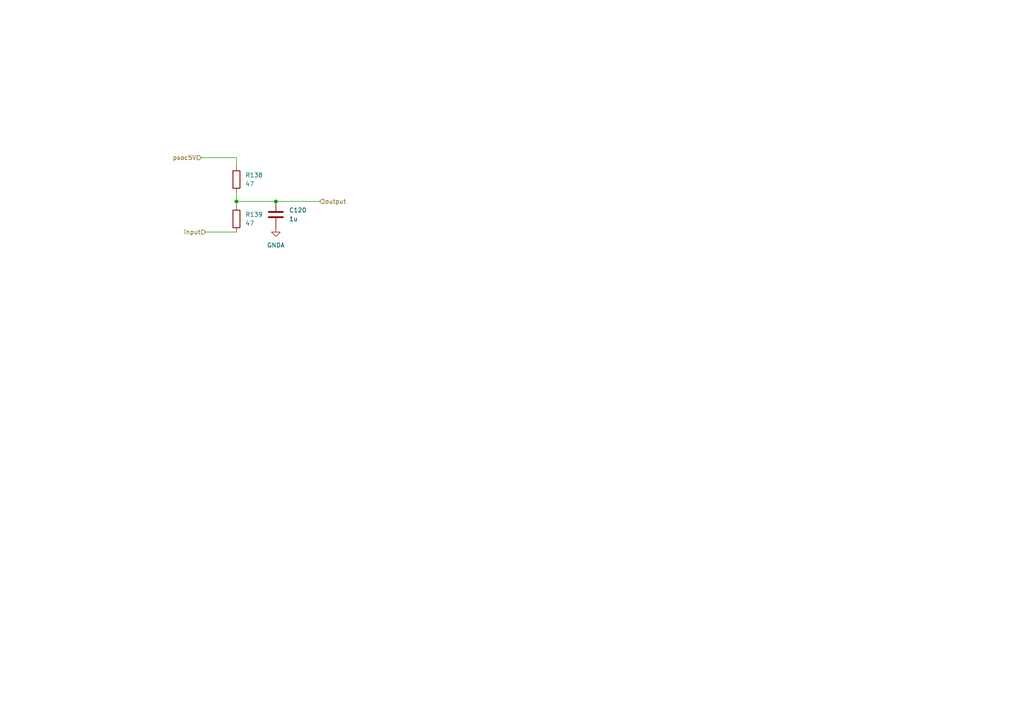
<source format=kicad_sch>
(kicad_sch (version 20250114) (generator "eeschema") (generator_version "9.0")
  (paper "A4")
  (lib_symbols
    (symbol "Device:C" (pin_numbers (hide yes)) (pin_names (offset 0.254))
      (property "Reference" "C" (at 0.635 2.54 0))
      (property "Value" "C" (at 0.635 -2.54 0))
      (symbol "C_0_1"
        (polyline (pts (xy -2.032 0.762) (xy 2.032 0.762)) (stroke (width 0.508)))
        (polyline (pts (xy -2.032 -0.762) (xy 2.032 -0.762)) (stroke (width 0.508)))
      )
      (symbol "C_1_1"
        (pin passive line (at 0 3.81 270) (length 2.794) (name "~") (number "1"))
        (pin passive line (at 0 -3.81 90) (length 2.794) (name "~") (number "2"))
      )
    )
    (symbol "Device:R" (pin_numbers (hide yes)) (pin_names (offset 0))
      (property "Reference" "R" (at 2.032 0 90))
      (property "Value" "R" (at 0 0 90))
      (symbol "R_0_1"
        (rectangle (start -1.016 -2.54) (end 1.016 2.54) (stroke (width 0.254)))
      )
      (symbol "R_1_1"
        (pin passive line (at 0 3.81 270) (length 1.27) (name "~") (number "1"))
        (pin passive line (at 0 -3.81 90) (length 1.27) (name "~") (number "2"))
      )
    )
    (symbol "power:GNDA" (power) (pin_numbers (hide yes)) (pin_names (offset 0) (hide yes))
      (property "Value" "GNDA" (at 0 -3.81 0))
      (symbol "GNDA_0_1"
        (polyline (pts (xy 0 0) (xy 0 -1.27) (xy 1.27 -1.27) (xy 0 -2.54) (xy -1.27 -1.27) (xy 0 -1.27)))
      )
      (symbol "GNDA_1_1"
        (pin power_in line (at 0 0 270) (length 0) (name "~") (number "1"))
      )
    )
  )
  (junction (at 80.01 58.42))
  (junction (at 68.58 58.42))
  (wire (pts (xy 58.42 45.72) (xy 68.58 45.72)))
  (wire (pts (xy 80.01 58.42) (xy 92.71 58.42)))
  (wire (pts (xy 68.58 45.72) (xy 68.58 48.26)))
  (wire (pts (xy 68.58 58.42) (xy 80.01 58.42)))
  (wire (pts (xy 59.69 67.31) (xy 68.58 67.31)))
  (wire (pts (xy 68.58 58.42) (xy 68.58 59.69)))
  (wire (pts (xy 68.58 55.88) (xy 68.58 58.42)))
  (hierarchical_label "output" (shape input) (at 92.71 58.42 0))
  (hierarchical_label "input" (shape input) (at 59.69 67.31 180))
  (hierarchical_label "psoc5V" (shape input) (at 58.42 45.72 180))
  (symbol (lib_id "Device:R") (at 68.58 52.07 180) (unit 1)
    (property "Reference" "R126" (at 71.12 50.7999 0) (effects (justify right)))
    (property "Value" "47" (at 71.12 53.3399 0) (effects (justify right)))
    (property "Footprint" "Resistor_SMD:R_0603_1608Metric_Pad0.98x0.95mm_HandSolder" (effects (hide yes)))
    (property "Description" "Resistor" (effects (hide yes)))
    (instances (project "esfgrid_ckt_IA" (path "" (reference "R138") (unit 1)) (path "" (reference "R168") (unit 1)) (path "" (reference "R128") (unit 1)) (path "" (reference "R164") (unit 1)) (path "" (reference "R158") (unit 1)) (path "" (reference "R170") (unit 1)) (path "" (reference "R130") (unit 1)) (path "" (reference "R148") (unit 1)) (path "" (reference "R154") (unit 1)) (path "" (reference "R172") (unit 1)) (path "" (reference "R156") (unit 1)) (path "" (reference "R136") (unit 1)) (path "" (reference "R146") (unit 1)) (path "" (reference "R160") (unit 1)) (path "" (reference "R144") (unit 1)) (path "" (reference "R140") (unit 1)) (path "" (reference "R142") (unit 1)) (path "" (reference "R162") (unit 1)) (path "" (reference "R126") (unit 1)) (path "" (reference "R152") (unit 1)) (path "" (reference "R134") (unit 1)) (path "" (reference "R174") (unit 1)) (path "" (reference "R150") (unit 1)) (path "" (reference "R166") (unit 1)) (path "" (reference "R132") (unit 1))))
  )
  (symbol (lib_id "power:GNDA") (at 80.01 66.04 0) (unit 1)
    (property "Reference" "#PWR09" (effects (hide yes)))
    (property "Value" "GNDA" (at 80.01 71.12 0))
    (property "Description" "Power symbol creates a global label with name \"GNDA\" , analog ground" (effects (hide yes)))
    (instances (project "esfgrid_ckt_IA" (path "" (reference "#PWR011") (unit 1)) (path "" (reference "#PWR025") (unit 1)) (path "" (reference "#PWR03") (unit 1)) (path "" (reference "#PWR023") (unit 1)) (path "" (reference "#PWR020") (unit 1)) (path "" (reference "#PWR026") (unit 1)) (path "" (reference "#PWR04") (unit 1)) (path "" (reference "#PWR015") (unit 1)) (path "" (reference "#PWR018") (unit 1)) (path "" (reference "#PWR027") (unit 1)) (path "" (reference "#PWR019") (unit 1)) (path "" (reference "#PWR010") (unit 1)) (path "" (reference "#PWR08") (unit 1)) (path "" (reference "#PWR021") (unit 1)) (path "" (reference "#PWR014") (unit 1)) (path "" (reference "#PWR012") (unit 1)) (path "" (reference "#PWR013") (unit 1)) (path "" (reference "#PWR022") (unit 1)) (path "" (reference "#PWR09") (unit 1)) (path "" (reference "#PWR017") (unit 1)) (path "" (reference "#PWR0101") (unit 1)) (path "" (reference "#PWR028") (unit 1)) (path "" (reference "#PWR016") (unit 1)) (path "" (reference "#PWR024") (unit 1)) (path "" (reference "#PWR05") (unit 1))))
  )
  (symbol (lib_id "Device:C") (at 80.01 62.23 180) (unit 1)
    (property "Reference" "C114" (at 83.82 60.9599 0) (effects (justify right)))
    (property "Value" "1u" (at 83.82 63.4999 0) (effects (justify right)))
    (property "Footprint" "Capacitor_SMD:C_0603_1608Metric_Pad1.08x0.95mm_HandSolder" (effects (hide yes)))
    (property "Description" "Unpolarized capacitor" (effects (hide yes)))
    (instances (project "esfgrid_ckt_IA" (path "" (reference "C120") (unit 1)) (path "" (reference "C135") (unit 1)) (path "" (reference "C115") (unit 1)) (path "" (reference "C133") (unit 1)) (path "" (reference "C130") (unit 1)) (path "" (reference "C136") (unit 1)) (path "" (reference "C116") (unit 1)) (path "" (reference "C125") (unit 1)) (path "" (reference "C128") (unit 1)) (path "" (reference "C137") (unit 1)) (path "" (reference "C129") (unit 1)) (path "" (reference "C119") (unit 1)) (path "" (reference "C124") (unit 1)) (path "" (reference "C131") (unit 1)) (path "" (reference "C123") (unit 1)) (path "" (reference "C121") (unit 1)) (path "" (reference "C122") (unit 1)) (path "" (reference "C132") (unit 1)) (path "" (reference "C114") (unit 1)) (path "" (reference "C127") (unit 1)) (path "" (reference "C118") (unit 1)) (path "" (reference "C138") (unit 1)) (path "" (reference "C126") (unit 1)) (path "" (reference "C134") (unit 1)) (path "" (reference "C117") (unit 1))))
  )
  (symbol (lib_id "Device:R") (at 68.58 63.5 180) (unit 1)
    (property "Reference" "R127" (at 71.12 62.2299 0) (effects (justify right)))
    (property "Value" "47" (at 71.12 64.7699 0) (effects (justify right)))
    (property "Footprint" "Resistor_SMD:R_0603_1608Metric_Pad0.98x0.95mm_HandSolder" (effects (hide yes)))
    (property "Description" "Resistor" (effects (hide yes)))
    (instances (project "esfgrid_ckt_IA" (path "" (reference "R139") (unit 1)) (path "" (reference "R169") (unit 1)) (path "" (reference "R129") (unit 1)) (path "" (reference "R165") (unit 1)) (path "" (reference "R159") (unit 1)) (path "" (reference "R171") (unit 1)) (path "" (reference "R131") (unit 1)) (path "" (reference "R149") (unit 1)) (path "" (reference "R155") (unit 1)) (path "" (reference "R173") (unit 1)) (path "" (reference "R157") (unit 1)) (path "" (reference "R137") (unit 1)) (path "" (reference "R147") (unit 1)) (path "" (reference "R161") (unit 1)) (path "" (reference "R145") (unit 1)) (path "" (reference "R141") (unit 1)) (path "" (reference "R143") (unit 1)) (path "" (reference "R163") (unit 1)) (path "" (reference "R127") (unit 1)) (path "" (reference "R153") (unit 1)) (path "" (reference "R135") (unit 1)) (path "" (reference "R175") (unit 1)) (path "" (reference "R151") (unit 1)) (path "" (reference "R167") (unit 1)) (path "" (reference "R133") (unit 1))))
  )
)
</source>
